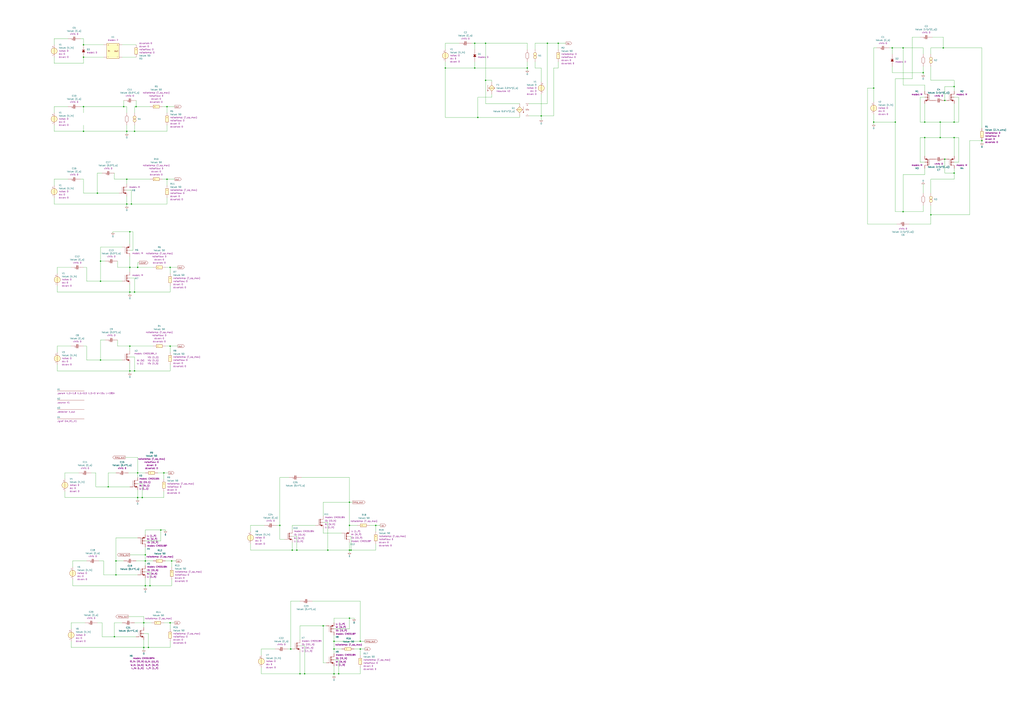
<source format=kicad_sch>
(kicad_sch (version 20250114) (generator "eeschema") (generator_version "9.0")
  (paper "A1")
  (junction (at 229.87 431.8))
  (junction (at 287.02 412.75))
  (junction (at 104.14 107.95))
  (junction (at 783.59 142.24))
  (junction (at 240.03 452.12))
  (junction (at 80.01 158.75))
  (junction (at 140.97 461.01))
  (junction (at 783.59 113.03))
  (junction (at 764.54 176.53))
  (junction (at 82.55 295.91))
  (junction (at 287.02 452.12))
  (junction (at 269.24 452.12))
  (junction (at 95.25 461.01))
  (junction (at 732.79 39.37))
  (junction (at 287.02 508))
  (junction (at 93.98 523.24))
  (junction (at 274.32 533.4))
  (junction (at 295.91 527.05))
  (junction (at 758.19 59.69))
  (junction (at 106.68 190.5))
  (junction (at 250.19 553.72))
  (junction (at 68.58 36.83))
  (junction (at 95.25 472.44))
  (junction (at 246.38 553.72))
  (junction (at 433.07 55.88))
  (junction (at 139.7 284.48))
  (junction (at 68.58 46.99))
  (junction (at 389.89 35.56))
  (junction (at 68.58 107.95))
  (junction (at 398.78 66.04))
  (junction (at 458.47 35.56))
  (junction (at 104.14 167.64))
  (junction (at 392.43 96.52))
  (junction (at 741.68 39.37))
  (junction (at 134.62 388.62))
  (junction (at 68.58 87.63))
  (junction (at 106.68 240.03))
  (junction (at 88.9 400.05))
  (junction (at 106.68 284.48))
  (junction (at 772.16 113.03))
  (junction (at 783.59 100.33))
  (junction (at 101.6 87.63))
  (junction (at 717.55 72.39))
  (junction (at 118.11 511.81))
  (junction (at 111.76 87.63))
  (junction (at 106.68 219.71))
  (junction (at 759.46 113.03))
  (junction (at 741.68 173.99))
  (junction (at 118.11 532.13))
  (junction (at 113.03 388.62))
  (junction (at 82.55 214.63))
  (junction (at 287.02 431.8))
  (junction (at 274.32 527.05))
  (junction (at 735.33 100.33))
  (junction (at 295.91 533.4))
  (junction (at 365.76 55.88))
  (junction (at 132.08 435.61))
  (junction (at 444.5 95.25))
  (junction (at 308.61 431.8))
  (junction (at 278.13 553.72))
  (junction (at 274.32 553.72))
  (junction (at 137.16 147.32))
  (junction (at 139.7 219.71))
  (junction (at 119.38 461.01))
  (junction (at 119.38 481.33))
  (junction (at 783.59 71.12))
  (junction (at 806.45 115.57))
  (junction (at 389.89 55.88))
  (junction (at 110.49 240.03))
  (junction (at 772.16 100.33))
  (junction (at 104.14 147.32))
  (junction (at 717.55 100.33))
  (junction (at 449.58 35.56))
  (junction (at 288.29 452.12))
  (junction (at 110.49 107.95))
  (junction (at 775.97 82.55))
  (junction (at 243.84 452.12))
  (junction (at 265.43 514.35))
  (junction (at 398.78 35.56))
  (junction (at 238.76 533.4))
  (junction (at 106.68 304.8))
  (junction (at 139.7 511.81))
  (junction (at 110.49 304.8))
  (junction (at 774.7 39.37))
  (junction (at 113.03 408.94))
  (junction (at 107.95 167.64))
  (junction (at 116.84 408.94))
  (junction (at 123.19 481.33))
  (junction (at 113.03 219.71))
  (junction (at 775.97 130.81))
  (junction (at 119.38 455.93))
  (junction (at 121.92 532.13))
  (junction (at 137.16 87.63))
  (junction (at 82.55 231.14))
  (junction (at 759.46 100.33))
  (wire (pts (xy 764.54 168.91) (xy 764.54 176.53)))
  (wire (pts (xy 109.22 205.74) (xy 109.22 190.5)))
  (wire (pts (xy 139.7 219.71) (xy 146.05 219.71)))
  (wire (pts (xy 288.29 440.69) (xy 288.29 452.12)))
  (wire (pts (xy 775.97 82.55) (xy 777.24 82.55)))
  (wire (pts (xy 458.47 35.56) (xy 458.47 40.64)))
  (wire (pts (xy 68.58 102.87) (xy 68.58 107.95)))
  (wire (pts (xy 119.38 469.9) (xy 123.19 469.9)))
  (wire (pts (xy 58.42 532.13) (xy 118.11 532.13)))
  (wire (pts (xy 403.86 66.04) (xy 403.86 67.31)))
  (wire (pts (xy 93.98 523.24) (xy 111.76 523.24)))
  (wire (pts (xy 113.03 219.71) (xy 125.73 219.71)))
  (wire (pts (xy 365.76 50.8) (xy 365.76 55.88)))
  (wire (pts (xy 398.78 66.04) (xy 398.78 35.56)))
  (wire (pts (xy 44.45 31.75) (xy 55.88 31.75)))
  (wire (pts (xy 398.78 66.04) (xy 398.78 85.09)))
  (wire (pts (xy 106.68 298.45) (xy 106.68 304.8)))
  (wire (pts (xy 119.38 435.61) (xy 119.38 439.42)))
  (wire (pts (xy 118.11 511.81) (xy 124.46 511.81)))
  (wire (pts (xy 110.49 293.37) (xy 110.49 304.8)))
  (wire (pts (xy 287.02 452.12) (xy 287.02 454.66)))
  (wire (pts (xy 106.68 240.03) (xy 106.68 242.57)))
  (wire (pts (xy 205.74 436.88) (xy 205.74 431.8)))
  (wire (pts (xy 717.55 100.33) (xy 717.55 102.87)))
  (wire (pts (xy 95.25 472.44) (xy 85.09 472.44)))
  (wire (pts (xy 82.55 203.2) (xy 82.55 214.63)))
  (wire (pts (xy 68.58 87.63) (xy 68.58 92.71)))
  (wire (pts (xy 46.99 224.79) (xy 46.99 219.71)))
  (wire (pts (xy 139.7 511.81) (xy 143.51 511.81)))
  (wire (pts (xy 265.43 424.18) (xy 265.43 412.75)))
  (wire (pts (xy 398.78 35.56) (xy 433.07 35.56)))
  (wire (pts (xy 444.5 95.25) (xy 444.5 99.06)))
  (wire (pts (xy 295.91 533.4) (xy 299.72 533.4)))
  (wire (pts (xy 46.99 304.8) (xy 106.68 304.8)))
  (wire (pts (xy 123.19 469.9) (xy 123.19 481.33)))
  (wire (pts (xy 110.49 240.03) (xy 139.7 240.03)))
  (wire (pts (xy 96.52 219.71) (xy 106.68 219.71)))
  (wire (pts (xy 265.43 438.15) (xy 280.67 438.15)))
  (wire (pts (xy 783.59 142.24) (xy 783.59 138.43)))
  (wire (pts (xy 389.89 35.56) (xy 398.78 35.56)))
  (wire (pts (xy 274.32 527.05) (xy 274.32 533.4)))
  (wire (pts (xy 774.7 30.48) (xy 774.7 39.37)))
  (wire (pts (xy 365.76 96.52) (xy 365.76 55.88)))
  (wire (pts (xy 783.59 128.27) (xy 783.59 113.03)))
  (wire (pts (xy 439.42 35.56) (xy 439.42 40.64)))
  (wire (pts (xy 106.68 455.93) (xy 119.38 455.93)))
  (wire (pts (xy 365.76 35.56) (xy 377.19 35.56)))
  (wire (pts (xy 134.62 388.62) (xy 138.43 388.62)))
  (wire (pts (xy 59.69 476.25) (xy 59.69 481.33)))
  (wire (pts (xy 83.82 511.81) (xy 80.01 511.81)))
  (wire (pts (xy 53.34 408.94) (xy 113.03 408.94)))
  (wire (pts (xy 741.68 173.99) (xy 758.19 173.99)))
  (wire (pts (xy 121.92 520.7) (xy 121.92 532.13)))
  (wire (pts (xy 44.45 92.71) (xy 44.45 87.63)))
  (wire (pts (xy 783.59 147.32) (xy 783.59 142.24)))
  (wire (pts (xy 764.54 39.37) (xy 764.54 44.45)))
  (wire (pts (xy 732.79 59.69) (xy 758.19 59.69)))
  (wire (pts (xy 111.76 87.63) (xy 123.19 87.63)))
  (wire (pts (xy 104.14 161.29) (xy 104.14 167.64)))
  (wire (pts (xy 295.91 548.64) (xy 295.91 553.72)))
  (wire (pts (xy 95.25 441.96) (xy 95.25 461.01)))
  (wire (pts (xy 458.47 35.56) (xy 464.82 35.56)))
  (wire (pts (xy 764.54 176.53) (xy 796.29 176.53)))
  (wire (pts (xy 787.4 133.35) (xy 787.4 113.03)))
  (wire (pts (xy 741.68 39.37) (xy 758.19 39.37)))
  (wire (pts (xy 93.98 511.81) (xy 100.33 511.81)))
  (wire (pts (xy 449.58 35.56) (xy 458.47 35.56)))
  (wire (pts (xy 68.58 107.95) (xy 104.14 107.95)))
  (wire (pts (xy 46.99 289.56) (xy 46.99 284.48)))
  (wire (pts (xy 139.7 304.8) (xy 139.7 299.72)))
  (wire (pts (xy 102.87 375.92) (xy 113.03 375.92)))
  (wire (pts (xy 106.68 205.74) (xy 109.22 205.74)))
  (wire (pts (xy 246.38 514.35) (xy 265.43 514.35)))
  (wire (pts (xy 137.16 87.63) (xy 137.16 92.71)))
  (wire (pts (xy 274.32 542.29) (xy 278.13 542.29)))
  (wire (pts (xy 96.52 214.63) (xy 96.52 219.71)))
  (wire (pts (xy 110.49 87.63) (xy 110.49 92.71)))
  (wire (pts (xy 137.16 167.64) (xy 137.16 162.56)))
  (wire (pts (xy 139.7 527.05) (xy 139.7 532.13)))
  (wire (pts (xy 113.03 388.62) (xy 113.03 392.43)))
  (wire (pts (xy 133.35 147.32) (xy 137.16 147.32)))
  (wire (pts (xy 214.63 538.48) (xy 214.63 533.4)))
  (wire (pts (xy 449.58 35.56) (xy 449.58 85.09)))
  (wire (pts (xy 287.02 440.69) (xy 288.29 440.69)))
  (wire (pts (xy 106.68 233.68) (xy 106.68 240.03)))
  (wire (pts (xy 240.03 445.77) (xy 240.03 452.12)))
  (wire (pts (xy 214.63 553.72) (xy 246.38 553.72)))
  (wire (pts (xy 806.45 39.37) (xy 806.45 105.41)))
  (wire (pts (xy 46.99 284.48) (xy 58.42 284.48)))
  (wire (pts (xy 118.11 525.78) (xy 118.11 532.13)))
  (wire (pts (xy 775.97 130.81) (xy 777.24 130.81)))
  (wire (pts (xy 205.74 452.12) (xy 240.03 452.12)))
  (wire (pts (xy 269.24 429.26) (xy 269.24 452.12)))
  (wire (pts (xy 106.68 293.37) (xy 110.49 293.37)))
  (wire (pts (xy 104.14 102.87) (xy 104.14 107.95)))
  (wire (pts (xy 110.49 107.95) (xy 137.16 107.95)))
  (wire (pts (xy 246.38 525.78) (xy 246.38 514.35)))
  (wire (pts (xy 287.02 508) (xy 290.83 508)))
  (wire (pts (xy 106.68 210.82) (xy 106.68 219.71)))
  (wire (pts (xy 113.03 441.96) (xy 95.25 441.96)))
  (wire (pts (xy 787.4 113.03) (xy 783.59 113.03)))
  (wire (pts (xy 88.9 400.05) (xy 78.74 400.05)))
  (wire (pts (xy 712.47 184.15) (xy 712.47 72.39)))
  (wire (pts (xy 119.38 449.58) (xy 119.38 455.93)))
  (wire (pts (xy 764.54 66.04) (xy 783.59 66.04)))
  (wire (pts (xy 758.19 59.69) (xy 758.19 62.23)))
  (wire (pts (xy 82.55 279.4) (xy 82.55 295.91)))
  (wire (pts (xy 106.68 304.8) (xy 106.68 307.34)))
  (wire (pts (xy 426.72 95.25) (xy 426.72 96.52)))
  (wire (pts (xy 44.45 162.56) (xy 44.45 167.64)))
  (wire (pts (xy 80.01 158.75) (xy 97.79 158.75)))
  (wire (pts (xy 398.78 66.04) (xy 403.86 66.04)))
  (wire (pts (xy 433.07 50.8) (xy 433.07 55.88)))
  (wire (pts (xy 287.02 431.8) (xy 287.02 435.61)))
  (wire (pts (xy 240.03 440.69) (xy 243.84 440.69)))
  (wire (pts (xy 106.68 200.66) (xy 106.68 190.5)))
  (wire (pts (xy 308.61 447.04) (xy 308.61 452.12)))
  (wire (pts (xy 783.59 80.01) (xy 787.4 80.01)))
  (wire (pts (xy 82.55 214.63) (xy 86.36 214.63)))
  (wire (pts (xy 755.65 113.03) (xy 759.46 113.03)))
  (wire (pts (xy 772.16 100.33) (xy 759.46 100.33)))
  (wire (pts (xy 137.16 147.32) (xy 143.51 147.32)))
  (wire (pts (xy 454.66 55.88) (xy 458.47 55.88)))
  (wire (pts (xy 787.4 80.01) (xy 787.4 100.33)))
  (wire (pts (xy 106.68 219.71) (xy 113.03 219.71)))
  (wire (pts (xy 238.76 533.4) (xy 236.22 533.4)))
  (wire (pts (xy 458.47 55.88) (xy 458.47 50.8)))
  (wire (pts (xy 71.12 284.48) (xy 71.12 295.91)))
  (wire (pts (xy 758.19 54.61) (xy 758.19 59.69)))
  (wire (pts (xy 44.45 107.95) (xy 68.58 107.95)))
  (wire (pts (xy 796.29 115.57) (xy 806.45 115.57)))
  (wire (pts (xy 46.99 219.71) (xy 58.42 219.71)))
  (wire (pts (xy 113.03 408.94) (xy 116.84 408.94)))
  (wire (pts (xy 783.59 100.33) (xy 772.16 100.33)))
  (wire (pts (xy 444.5 55.88) (xy 444.5 67.31)))
  (wire (pts (xy 85.09 461.01) (xy 85.09 472.44)))
  (wire (pts (xy 758.19 168.91) (xy 758.19 173.99)))
  (wire (pts (xy 290.83 509.27) (xy 290.83 508)))
  (wire (pts (xy 433.07 40.64) (xy 433.07 35.56)))
  (wire (pts (xy 365.76 96.52) (xy 392.43 96.52)))
  (wire (pts (xy 113.03 408.94) (xy 113.03 411.48)))
  (wire (pts (xy 119.38 481.33) (xy 119.38 483.87)))
  (wire (pts (xy 134.62 403.86) (xy 134.62 408.94)))
  (wire (pts (xy 139.7 511.81) (xy 139.7 516.89)))
  (wire (pts (xy 85.09 36.83) (xy 68.58 36.83)))
  (wire (pts (xy 755.65 100.33) (xy 759.46 100.33)))
  (wire (pts (xy 116.84 397.51) (xy 116.84 408.94)))
  (wire (pts (xy 238.76 494.03) (xy 246.38 494.03)))
  (wire (pts (xy 303.53 431.8) (xy 308.61 431.8)))
  (wire (pts (xy 119.38 455.93) (xy 119.38 461.01)))
  (wire (pts (xy 764.54 147.32) (xy 783.59 147.32)))
  (wire (pts (xy 434.34 95.25) (xy 444.5 95.25)))
  (wire (pts (xy 806.45 39.37) (xy 774.7 39.37)))
  (wire (pts (xy 100.33 36.83) (xy 111.76 36.83)))
  (wire (pts (xy 104.14 167.64) (xy 107.95 167.64)))
  (wire (pts (xy 274.32 521.97) (xy 274.32 527.05)))
  (wire (pts (xy 746.76 184.15) (xy 764.54 184.15)))
  (wire (pts (xy 106.68 240.03) (xy 110.49 240.03)))
  (wire (pts (xy 44.45 87.63) (xy 55.88 87.63)))
  (wire (pts (xy 755.65 133.35) (xy 755.65 113.03)))
  (wire (pts (xy 783.59 71.12) (xy 775.97 71.12)))
  (wire (pts (xy 250.19 553.72) (xy 274.32 553.72)))
  (wire (pts (xy 269.24 452.12) (xy 287.02 452.12)))
  (wire (pts (xy 44.45 102.87) (xy 44.45 107.95)))
  (wire (pts (xy 434.34 85.09) (xy 449.58 85.09)))
  (wire (pts (xy 717.55 93.98) (xy 717.55 100.33)))
  (wire (pts (xy 104.14 147.32) (xy 104.14 151.13)))
  (wire (pts (xy 113.03 388.62) (xy 119.38 388.62)))
  (wire (pts (xy 101.6 87.63) (xy 104.14 87.63)))
  (wire (pts (xy 44.45 147.32) (xy 55.88 147.32)))
  (wire (pts (xy 287.02 445.77) (xy 287.02 452.12)))
  (wire (pts (xy 732.79 39.37) (xy 730.25 39.37)))
  (wire (pts (xy 68.58 31.75) (xy 66.04 31.75)))
  (wire (pts (xy 214.63 548.64) (xy 214.63 553.72)))
  (wire (pts (xy 93.98 523.24) (xy 83.82 523.24)))
  (wire (pts (xy 119.38 444.5) (xy 132.08 444.5)))
  (wire (pts (xy 274.32 547.37) (xy 274.32 553.72)))
  (wire (pts (xy 444.5 95.25) (xy 454.66 95.25)))
  (wire (pts (xy 267.97 514.35) (xy 265.43 514.35)))
  (wire (pts (xy 735.33 100.33) (xy 735.33 173.99)))
  (wire (pts (xy 68.58 147.32) (xy 66.04 147.32)))
  (wire (pts (xy 104.14 107.95) (xy 104.14 110.49)))
  (wire (pts (xy 256.54 494.03) (xy 295.91 494.03)))
  (wire (pts (xy 712.47 184.15) (xy 736.6 184.15)))
  (wire (pts (xy 59.69 461.01) (xy 71.12 461.01)))
  (wire (pts (xy 119.38 461.01) (xy 119.38 464.82)))
  (wire (pts (xy 783.59 85.09) (xy 783.59 100.33)))
  (wire (pts (xy 295.91 494.03) (xy 295.91 527.05)))
  (wire (pts (xy 764.54 158.75) (xy 764.54 147.32)))
  (wire (pts (xy 365.76 55.88) (xy 389.89 55.88)))
  (wire (pts (xy 135.89 219.71) (xy 139.7 219.71)))
  (wire (pts (xy 240.03 431.8) (xy 259.08 431.8)))
  (wire (pts (xy 123.19 481.33) (xy 140.97 481.33)))
  (wire (pts (xy 308.61 431.8) (xy 308.61 436.88)))
  (wire (pts (xy 109.22 190.5) (xy 106.68 190.5)))
  (wire (pts (xy 287.02 508) (xy 274.32 508)))
  (wire (pts (xy 205.74 447.04) (xy 205.74 452.12)))
  (wire (pts (xy 783.59 142.24) (xy 775.97 142.24)))
  (wire (pts (xy 113.03 388.62) (xy 113.03 375.92)))
  (wire (pts (xy 132.08 435.61) (xy 119.38 435.61)))
  (wire (pts (xy 133.35 87.63) (xy 137.16 87.63)))
  (wire (pts (xy 290.83 533.4) (xy 295.91 533.4)))
  (wire (pts (xy 119.38 474.98) (xy 119.38 481.33)))
  (wire (pts (xy 247.65 392.43) (xy 287.02 392.43)))
  (wire (pts (xy 116.84 408.94) (xy 134.62 408.94)))
  (wire (pts (xy 759.46 80.01) (xy 755.65 80.01)))
  (wire (pts (xy 783.59 133.35) (xy 787.4 133.35)))
  (wire (pts (xy 139.7 219.71) (xy 139.7 224.79)))
  (wire (pts (xy 110.49 304.8) (xy 139.7 304.8)))
  (wire (pts (xy 68.58 87.63) (xy 66.04 87.63)))
  (wire (pts (xy 759.46 143.51) (xy 759.46 138.43)))
  (wire (pts (xy 100.33 203.2) (xy 82.55 203.2)))
  (wire (pts (xy 265.43 544.83) (xy 267.97 544.83)))
  (wire (pts (xy 240.03 431.8) (xy 240.03 435.61)))
  (wire (pts (xy 80.01 142.24) (xy 83.82 142.24)))
  (wire (pts (xy 229.87 431.8) (xy 227.33 431.8)))
  (wire (pts (xy 265.43 412.75) (xy 287.02 412.75)))
  (wire (pts (xy 106.68 284.48) (xy 106.68 288.29)))
  (wire (pts (xy 78.74 388.62) (xy 78.74 400.05)))
  (wire (pts (xy 772.16 113.03) (xy 759.46 113.03)))
  (wire (pts (xy 105.41 388.62) (xy 113.03 388.62)))
  (wire (pts (xy 398.78 85.09) (xy 426.72 85.09)))
  (wire (pts (xy 243.84 440.69) (xy 243.84 452.12)))
  (wire (pts (xy 139.7 284.48) (xy 139.7 289.56)))
  (wire (pts (xy 755.65 80.01) (xy 755.65 100.33)))
  (wire (pts (xy 93.98 142.24) (xy 93.98 147.32)))
  (wire (pts (xy 274.32 533.4) (xy 274.32 537.21)))
  (wire (pts (xy 229.87 431.8) (xy 229.87 392.43)))
  (wire (pts (xy 265.43 438.15) (xy 265.43 434.34)))
  (wire (pts (xy 772.16 100.33) (xy 772.16 113.03)))
  (wire (pts (xy 110.49 511.81) (xy 118.11 511.81)))
  (wire (pts (xy 764.54 39.37) (xy 774.7 39.37)))
  (wire (pts (xy 764.54 54.61) (xy 764.54 66.04)))
  (wire (pts (xy 712.47 72.39) (xy 717.55 72.39)))
  (wire (pts (xy 104.14 107.95) (xy 110.49 107.95)))
  (wire (pts (xy 365.76 40.64) (xy 365.76 35.56)))
  (wire (pts (xy 439.42 50.8) (xy 439.42 55.88)))
  (wire (pts (xy 119.38 461.01) (xy 125.73 461.01)))
  (wire (pts (xy 132.08 435.61) (xy 135.89 435.61)))
  (wire (pts (xy 113.03 397.51) (xy 116.84 397.51)))
  (wire (pts (xy 392.43 80.01) (xy 392.43 96.52)))
  (wire (pts (xy 764.54 176.53) (xy 764.54 184.15)))
  (wire (pts (xy 95.25 472.44) (xy 113.03 472.44)))
  (wire (pts (xy 287.02 516.89) (xy 287.02 508)))
  (wire (pts (xy 104.14 147.32) (xy 123.19 147.32)))
  (wire (pts (xy 278.13 553.72) (xy 295.91 553.72)))
  (wire (pts (xy 717.55 39.37) (xy 720.09 39.37)))
  (wire (pts (xy 214.63 533.4) (xy 226.06 533.4)))
  (wire (pts (xy 287.02 392.43) (xy 287.02 412.75)))
  (wire (pts (xy 95.25 461.01) (xy 101.6 461.01)))
  (wire (pts (xy 85.09 461.01) (xy 81.28 461.01)))
  (wire (pts (xy 118.11 532.13) (xy 121.92 532.13)))
  (wire (pts (xy 295.91 533.4) (xy 295.91 538.48)))
  (wire (pts (xy 139.7 240.03) (xy 139.7 234.95)))
  (wire (pts (xy 741.68 69.85) (xy 759.46 69.85)))
  (wire (pts (xy 759.46 133.35) (xy 755.65 133.35)))
  (wire (pts (xy 58.42 516.89) (xy 58.42 511.81)))
  (wire (pts (xy 68.58 46.99) (xy 68.58 52.07)))
  (wire (pts (xy 274.32 533.4) (xy 280.67 533.4)))
  (wire (pts (xy 71.12 219.71) (xy 68.58 219.71)))
  (wire (pts (xy 765.81 30.48) (xy 774.7 30.48)))
  (wire (pts (xy 287.02 431.8) (xy 293.37 431.8)))
  (wire (pts (xy 46.99 234.95) (xy 46.99 240.03)))
  (wire (pts (xy 82.55 279.4) (xy 86.36 279.4)))
  (wire (pts (xy 250.19 530.86) (xy 250.19 553.72)))
  (wire (pts (xy 58.42 511.81) (xy 69.85 511.81)))
  (wire (pts (xy 71.12 219.71) (xy 71.12 231.14)))
  (wire (pts (xy 129.54 388.62) (xy 134.62 388.62)))
  (wire (pts (xy 58.42 527.05) (xy 58.42 532.13)))
  (wire (pts (xy 758.19 44.45) (xy 758.19 39.37)))
  (wire (pts (xy 95.25 461.01) (xy 95.25 472.44)))
  (wire (pts (xy 243.84 452.12) (xy 269.24 452.12)))
  (wire (pts (xy 439.42 35.56) (xy 449.58 35.56)))
  (wire (pts (xy 308.61 431.8) (xy 312.42 431.8)))
  (wire (pts (xy 82.55 214.63) (xy 82.55 231.14)))
  (wire (pts (xy 403.86 77.47) (xy 403.86 80.01)))
  (wire (pts (xy 107.95 167.64) (xy 137.16 167.64)))
  (wire (pts (xy 110.49 87.63) (xy 111.76 87.63)))
  (wire (pts (xy 741.68 143.51) (xy 741.68 173.99)))
  (wire (pts (xy 113.03 402.59) (xy 113.03 408.94)))
  (wire (pts (xy 93.98 147.32) (xy 104.14 147.32)))
  (wire (pts (xy 135.89 284.48) (xy 139.7 284.48)))
  (wire (pts (xy 274.32 516.89) (xy 287.02 516.89)))
  (wire (pts (xy 68.58 147.32) (xy 68.58 158.75)))
  (wire (pts (xy 114.3 215.9) (xy 113.03 215.9)))
  (wire (pts (xy 119.38 481.33) (xy 123.19 481.33)))
  (wire (pts (xy 783.59 71.12) (xy 783.59 74.93)))
  (wire (pts (xy 732.79 39.37) (xy 732.79 44.45)))
  (wire (pts (xy 80.01 142.24) (xy 80.01 158.75)))
  (wire (pts (xy 106.68 219.71) (xy 106.68 223.52)))
  (wire (pts (xy 741.68 69.85) (xy 741.68 39.37)))
  (wire (pts (xy 205.74 431.8) (xy 217.17 431.8)))
  (wire (pts (xy 44.45 36.83) (xy 44.45 31.75)))
  (wire (pts (xy 113.03 215.9) (xy 113.03 219.71)))
  (wire (pts (xy 392.43 96.52) (xy 426.72 96.52)))
  (wire (pts (xy 111.76 461.01) (xy 119.38 461.01)))
  (wire (pts (xy 118.11 506.73) (xy 118.11 511.81)))
  (wire (pts (xy 403.86 80.01) (xy 392.43 80.01)))
  (wire (pts (xy 735.33 173.99) (xy 741.68 173.99)))
  (wire (pts (xy 287.02 452.12) (xy 288.29 452.12)))
  (wire (pts (xy 288.29 452.12) (xy 308.61 452.12)))
  (wire (pts (xy 758.19 151.13) (xy 758.19 158.75)))
  (wire (pts (xy 88.9 388.62) (xy 88.9 400.05)))
  (wire (pts (xy 439.42 55.88) (xy 444.5 55.88)))
  (wire (pts (xy 92.71 190.5) (xy 92.71 191.77)))
  (wire (pts (xy 107.95 156.21) (xy 107.95 167.64)))
  (wire (pts (xy 287.02 412.75) (xy 287.02 431.8)))
  (wire (pts (xy 444.5 77.47) (xy 444.5 95.25)))
  (wire (pts (xy 135.89 461.01) (xy 140.97 461.01)))
  (wire (pts (xy 104.14 156.21) (xy 107.95 156.21)))
  (wire (pts (xy 101.6 82.55) (xy 101.6 87.63)))
  (wire (pts (xy 111.76 82.55) (xy 111.76 87.63)))
  (wire (pts (xy 135.89 436.88) (xy 135.89 435.61)))
  (wire (pts (xy 140.97 461.01) (xy 144.78 461.01)))
  (wire (pts (xy 433.07 55.88) (xy 433.07 58.42)))
  (wire (pts (xy 246.38 535.94) (xy 246.38 553.72)))
  (wire (pts (xy 139.7 284.48) (xy 146.05 284.48)))
  (wire (pts (xy 59.69 466.09) (xy 59.69 461.01)))
  (wire (pts (xy 88.9 388.62) (xy 95.25 388.62)))
  (wire (pts (xy 265.43 429.26) (xy 269.24 429.26)))
  (wire (pts (xy 140.97 461.01) (xy 140.97 466.09)))
  (wire (pts (xy 759.46 69.85) (xy 759.46 74.93)))
  (wire (pts (xy 755.65 30.48) (xy 749.3 30.48)))
  (wire (pts (xy 134.62 388.62) (xy 134.62 393.7)))
  (wire (pts (xy 389.89 55.88) (xy 433.07 55.88)))
  (wire (pts (xy 749.3 64.77) (xy 735.33 64.77)))
  (wire (pts (xy 240.03 533.4) (xy 238.76 533.4)))
  (wire (pts (xy 783.59 113.03) (xy 772.16 113.03)))
  (wire (pts (xy 289.56 412.75) (xy 287.02 412.75)))
  (wire (pts (xy 105.41 506.73) (xy 118.11 506.73)))
  (wire (pts (xy 717.55 72.39) (xy 717.55 83.82)))
  (wire (pts (xy 240.03 452.12) (xy 243.84 452.12)))
  (wire (pts (xy 389.89 50.8) (xy 389.89 55.88)))
  (wire (pts (xy 806.45 115.57) (xy 806.45 118.11)))
  (wire (pts (xy 118.11 511.81) (xy 118.11 515.62)))
  (wire (pts (xy 274.32 553.72) (xy 278.13 553.72)))
  (wire (pts (xy 389.89 35.56) (xy 387.35 35.56)))
  (wire (pts (xy 137.16 87.63) (xy 143.51 87.63)))
  (wire (pts (xy 44.45 46.99) (xy 44.45 52.07)))
  (wire (pts (xy 246.38 553.72) (xy 250.19 553.72)))
  (wire (pts (xy 775.97 71.12) (xy 775.97 82.55)))
  (wire (pts (xy 741.68 143.51) (xy 759.46 143.51)))
  (wire (pts (xy 389.89 35.56) (xy 389.89 40.64)))
  (wire (pts (xy 71.12 284.48) (xy 68.58 284.48)))
  (wire (pts (xy 110.49 228.6) (xy 110.49 240.03)))
  (wire (pts (xy 53.34 393.7) (xy 53.34 388.62)))
  (wire (pts (xy 775.97 142.24) (xy 775.97 130.81)))
  (wire (pts (xy 717.55 39.37) (xy 717.55 72.39)))
  (wire (pts (xy 137.16 107.95) (xy 137.16 102.87)))
  (wire (pts (xy 68.58 31.75) (xy 68.58 36.83)))
  (wire (pts (xy 796.29 176.53) (xy 796.29 115.57)))
  (wire (pts (xy 53.34 403.86) (xy 53.34 408.94)))
  (wire (pts (xy 53.34 388.62) (xy 64.77 388.62)))
  (wire (pts (xy 59.69 481.33) (xy 119.38 481.33)))
  (wire (pts (xy 100.33 46.99) (xy 111.76 46.99)))
  (wire (pts (xy 68.58 46.99) (xy 85.09 46.99)))
  (wire (pts (xy 732.79 39.37) (xy 741.68 39.37)))
  (wire (pts (xy 759.46 85.09) (xy 759.46 100.33)))
  (wire (pts (xy 278.13 542.29) (xy 278.13 553.72)))
  (wire (pts (xy 295.91 527.05) (xy 274.32 527.05)))
  (wire (pts (xy 454.66 95.25) (xy 454.66 55.88)))
  (wire (pts (xy 104.14 167.64) (xy 104.14 170.18)))
  (wire (pts (xy 46.99 299.72) (xy 46.99 304.8)))
  (wire (pts (xy 80.01 158.75) (xy 68.58 158.75)))
  (wire (pts (xy 82.55 231.14) (xy 100.33 231.14)))
  (wire (pts (xy 140.97 476.25) (xy 140.97 481.33)))
  (wire (pts (xy 783.59 66.04) (xy 783.59 71.12)))
  (wire (pts (xy 759.46 128.27) (xy 759.46 113.03)))
  (wire (pts (xy 93.98 511.81) (xy 93.98 523.24)))
  (wire (pts (xy 749.3 30.48) (xy 749.3 64.77)))
  (wire (pts (xy 265.43 514.35) (xy 265.43 544.83)))
  (wire (pts (xy 274.32 553.72) (xy 274.32 556.26)))
  (wire (pts (xy 134.62 511.81) (xy 139.7 511.81)))
  (wire (pts (xy 274.32 508) (xy 274.32 511.81)))
  (wire (pts (xy 238.76 533.4) (xy 238.76 494.03)))
  (wire (pts (xy 106.68 284.48) (xy 125.73 284.48)))
  (wire (pts (xy 44.45 52.07) (xy 68.58 52.07)))
  (wire (pts (xy 82.55 295.91) (xy 71.12 295.91)))
  (wire (pts (xy 68.58 87.63) (xy 101.6 87.63)))
  (wire (pts (xy 44.45 152.4) (xy 44.45 147.32)))
  (wire (pts (xy 106.68 304.8) (xy 110.49 304.8)))
  (wire (pts (xy 82.55 231.14) (xy 71.12 231.14)))
  (wire (pts (xy 46.99 240.03) (xy 106.68 240.03)))
  (wire (pts (xy 787.4 100.33) (xy 783.59 100.33)))
  (wire (pts (xy 118.11 520.7) (xy 121.92 520.7)))
  (wire (pts (xy 106.68 190.5) (xy 92.71 190.5)))
  (wire (pts (xy 110.49 102.87) (xy 110.49 107.95)))
  (wire (pts (xy 82.55 295.91) (xy 100.33 295.91)))
  (wire (pts (xy 229.87 392.43) (xy 237.49 392.43)))
  (wire (pts (xy 118.11 532.13) (xy 118.11 534.67)))
  (wire (pts (xy 132.08 444.5) (xy 132.08 435.61)))
  (wire (pts (xy 44.45 167.64) (xy 104.14 167.64)))
  (wire (pts (xy 233.68 443.23) (xy 229.87 443.23)))
  (wire (pts (xy 229.87 443.23) (xy 229.87 431.8)))
  (wire (pts (xy 78.74 388.62) (xy 74.93 388.62)))
  (wire (pts (xy 96.52 279.4) (xy 96.52 284.48)))
  (wire (pts (xy 88.9 400.05) (xy 106.68 400.05)))
  (wire (pts (xy 732.79 54.61) (xy 732.79 59.69)))
  (wire (pts (xy 106.68 228.6) (xy 110.49 228.6)))
  (wire (pts (xy 246.38 530.86) (xy 250.19 530.86)))
  (wire (pts (xy 104.14 92.71) (xy 104.14 87.63)))
  (wire (pts (xy 121.92 532.13) (xy 139.7 532.13)))
  (wire (pts (xy 735.33 64.77) (xy 735.33 100.33)))
  (wire (pts (xy 717.55 100.33) (xy 735.33 100.33)))
  (wire (pts (xy 96.52 284.48) (xy 106.68 284.48)))
  (wire (pts (xy 83.82 511.81) (xy 83.82 523.24)))
  (wire (pts (xy 137.16 147.32) (xy 137.16 152.4)))
  (wire (pts (xy 299.72 527.05) (xy 295.91 527.05)))
  (global_label "vo" (shape output) (at 143.51 511.81 0) (property "Intersheetrefs" "${INTERSHEET_REFS}" (effects (hide yes))))
  (global_label "Vo" (shape output) (at 464.82 35.56 0) (property "Intersheetrefs" "${INTERSHEET_REFS}" (effects (hide yes))))
  (global_label "out" (shape output) (at 146.05 219.71 0) (property "Intersheetrefs" "${INTERSHEET_REFS}" (effects (hide yes))))
  (global_label "Amp_out" (shape output) (at 106.68 455.93 180) (property "Intersheetrefs" "${INTERSHEET_REFS}" (effects (hide yes))))
  (global_label "out" (shape output) (at 146.05 284.48 0) (property "Intersheetrefs" "${INTERSHEET_REFS}" (effects (hide yes))))
  (global_label "Amp_out" (shape output) (at 102.87 375.92 180) (property "Intersheetrefs" "${INTERSHEET_REFS}" (effects (hide yes))))
  (global_label "Amp_out" (shape output) (at 289.56 412.75 0) (property "Intersheetrefs" "${INTERSHEET_REFS}" (effects (hide yes))))
  (global_label "out" (shape output) (at 143.51 87.63 0) (property "Intersheetrefs" "${INTERSHEET_REFS}" (effects (hide yes))))
  (global_label "Amp_out" (shape output) (at 105.41 506.73 180) (property "Intersheetrefs" "${INTERSHEET_REFS}" (effects (hide yes))))
  (global_label "vo" (shape output) (at 299.72 533.4 0) (property "Intersheetrefs" "${INTERSHEET_REFS}" (effects (hide yes))))
  (global_label "LGref" (shape output) (at 114.3 215.9 0) (property "Intersheetrefs" "${INTERSHEET_REFS}" (effects (hide yes))))
  (global_label "Amp_out" (shape output) (at 299.72 527.05 0) (property "Intersheetrefs" "${INTERSHEET_REFS}" (effects (hide yes))))
  (global_label "vo" (shape output) (at 312.42 431.8 0) (property "Intersheetrefs" "${INTERSHEET_REFS}" (effects (hide yes))))
  (global_label "vo" (shape output) (at 144.78 461.01 0) (property "Intersheetrefs" "${INTERSHEET_REFS}" (effects (hide yes))))
  (global_label "vo" (shape output) (at 138.43 388.62 0) (property "Intersheetrefs" "${INTERSHEET_REFS}" (effects (hide yes))))
  (global_label "out" (shape output) (at 143.51 147.32 0) (property "Intersheetrefs" "${INTERSHEET_REFS}" (effects (hide yes))))
  (symbol (lib_id "SLiCAP:C") (at 251.46 494.03 90) (unit 1)
    (property "Reference" "C23" (at 251.46 498.094 90))
    (property "Value" "{0.4*C_s}" (at 251.46 500.634 90) (show_name yes))
    (property "Description" "Capacitor" (effects (hide yes)))
    (property "model" "C" (effects (hide yes)))
    (property "vinit" "0" (effects (hide yes)))
  )
  (symbol (lib_id "SLiCAP:N") (at 764.54 163.83 0) (mirror x) (unit 1)
    (property "Reference" "N3" (at 767.08 163.8302 0) (effects (justify left)))
    (property "Description" "Nullor" (effects (hide yes)))
    (property "model" "N" (effects (hide yes)))
  )
  (symbol (lib_id "SLiCAP:GND") (at 758.19 62.23 0) (unit 1)
    (property "Reference" "#03" (effects (hide yes)))
    (property "Value" "0" (at 758.19 64.77 0))
    (property "Description" "0V reference potential" (effects (hide yes)))
  )
  (symbol (lib_id "SLiCAP:V") (at 46.99 294.64 0) (unit 1)
    (property "Reference" "V3" (at 50.8 289.4329 0) (effects (justify left)))
    (property "Value" "{V_in}" (at 50.8 291.9729 0) (show_name yes) (effects (justify left)))
    (property "Description" "Independent voltage source" (effects (hide yes)))
    (property "noise" "0" (at 50.8 294.5129 0) (show_name yes) (effects (justify left)))
    (property "dc" "0" (at 50.8 297.0529 0) (show_name yes) (effects (justify left)))
    (property "dcvar" "0" (at 50.8 299.5929 0) (show_name yes) (effects (justify left)))
    (property "model" "V" (effects (hide yes)))
  )
  (symbol (lib_id "SLiCAP:XM") (at 265.43 429.26 0) (unit 1)
    (property "Reference" "X11" (at 267.97 422.656 0))
    (property "Description" "MOSFET (small-signal N or P channel subcircuit with parameters W,  L, and ID)" (effects (hide yes)))
    (property "model" "CMOS18N" (at 275.082 425.196 0) (show_name yes))
    (property "W" "{W_N}" (at 266.7 430.784 0) (show_name yes) (effects (justify left)))
    (property "L" "{L_N}" (at 266.7 433.324 0) (show_name yes) (effects (justify left)))
    (property "ID" "{ID_N}" (at 266.7 427.99 0) (show_name yes) (effects (justify left)))
  )
  (symbol (lib_id "SLiCAP:C") (at 76.2 461.01 90) (unit 1)
    (property "Reference" "C18" (at 76.1337 452.12 90))
    (property "Value" "{C_s}" (at 76.1337 454.66 90) (show_name yes))
    (property "Description" "Capacitor" (effects (hide yes)))
    (property "model" "C" (effects (hide yes)))
    (property "vinit" "0" (at 76.1337 457.2 90) (show_name yes))
  )
  (symbol (lib_id "SLiCAP:N") (at 764.54 49.53 0) (unit 1)
    (property "Reference" "N2" (at 767.08 49.5298 0) (effects (justify left)))
    (property "Description" "Nullor" (effects (hide yes)))
    (property "model" "N" (effects (hide yes)))
  )
  (symbol (lib_id "SLiCAP:R") (at 129.54 511.81 90) (unit 1)
    (property "Reference" "R14" (at 130.048 503.174 90))
    (property "Value" "50" (at 130.048 505.714 90) (show_name yes))
    (property "Description" "Resistor (cannot have zero resistance)" (effects (hide yes)))
    (property "model" "R" (effects (hide yes)))
    (property "noisetemp" "{T_op_max}" (at 130.048 508.254 90) (show_name yes))
    (property "noiseflow" "0" (effects (hide yes)))
    (property "dcvar" "0" (effects (hide yes)))
    (property "dcvarlot" "0" (effects (hide yes)))
  )
  (symbol (lib_id "SLiCAP:C") (at 60.96 31.75 90) (unit 1)
    (property "Reference" "C5" (at 60.8937 22.86 90))
    (property "Value" "{C_s}" (at 60.8937 25.4 90) (show_name yes))
    (property "Description" "Capacitor" (effects (hide yes)))
    (property "model" "C" (effects (hide yes)))
    (property "vinit" "0" (at 60.8937 27.94 90) (show_name yes))
  )
  (symbol (lib_id "SLiCAP:R") (at 130.81 219.71 90) (unit 1)
    (property "Reference" "R6" (at 130.81 203.2 90))
    (property "Value" "50" (at 130.81 205.74 90) (show_name yes))
    (property "Description" "Resistor (cannot have zero resistance)" (effects (hide yes)))
    (property "model" "R" (effects (hide yes)))
    (property "noisetemp" "{T_op_max}" (at 130.81 208.28 90) (show_name yes))
    (property "noiseflow" "0" (at 130.81 210.82 90) (show_name yes))
    (property "dcvar" "0" (at 130.81 213.36 90) (show_name yes))
    (property "dcvarlot" "0" (at 130.81 215.9 90) (show_name yes))
  )
  (symbol (lib_id "SLiCAP:R") (at 137.16 157.48 0) (unit 1)
    (property "Reference" "R11" (at 139.7 151.1299 0) (effects (justify left)))
    (property "Value" "50" (at 139.7 153.6699 0) (show_name yes) (effects (justify left)))
    (property "Description" "Resistor (cannot have zero resistance)" (effects (hide yes)))
    (property "model" "R" (effects (hide yes)))
    (property "noisetemp" "{T_op_max}" (at 139.7 156.2099 0) (show_name yes) (effects (justify left)))
    (property "noiseflow" "0" (at 139.7 158.7499 0) (show_name yes) (effects (justify left)))
    (property "dcvar" "0" (at 139.7 161.2899 0) (show_name yes) (effects (justify left)))
    (property "dcvarlot" "0" (at 139.7 163.8299 0) (show_name yes) (effects (justify left)))
  )
  (symbol (lib_id "SLiCAP:R") (at 298.45 431.8 90) (unit 1)
    (property "Reference" "R18" (at 298.958 423.164 90))
    (property "Value" "50" (at 298.958 425.704 90) (show_name yes))
    (property "Description" "Resistor (cannot have zero resistance)" (effects (hide yes)))
    (property "model" "R" (effects (hide yes)))
    (property "noisetemp" "{T_op_max}" (at 298.958 428.244 90) (show_name yes))
    (property "noiseflow" "0" (effects (hide yes)))
    (property "dcvar" "0" (effects (hide yes)))
    (property "dcvarlot" "0" (effects (hide yes)))
  )
  (symbol (lib_id "SLiCAP:GND") (at 806.45 118.11 0) (unit 1)
    (property "Reference" "#05" (effects (hide yes)))
    (property "Value" "0" (at 806.45 120.65 0))
    (property "Description" "0V reference potential" (effects (hide yes)))
  )
  (symbol (lib_id "SLiCAP:XM") (at 274.32 516.89 0) (mirror x) (unit 1)
    (property "Reference" "X8" (at 276.86 523.494 0))
    (property "Description" "MOSFET (small-signal N or P channel subcircuit with parameters W,  L, and ID)" (effects (hide yes)))
    (property "model" "CMOS18P" (at 283.972 520.954 0) (show_name yes))
    (property "W" "{W_P}" (at 275.59 515.366 0) (show_name yes) (effects (justify left)))
    (property "L" "{L_P}" (at 275.59 512.826 0) (show_name yes) (effects (justify left)))
    (property "ID" "{ID_P}" (at 275.59 518.16 0) (show_name yes) (effects (justify left)))
  )
  (symbol (lib_id "SLiCAP:C") (at 231.14 533.4 90) (unit 1)
    (property "Reference" "C22" (at 231.0737 524.51 90))
    (property "Value" "{C_s}" (at 231.0737 527.05 90) (show_name yes))
    (property "Description" "Capacitor" (effects (hide yes)))
    (property "model" "C" (effects (hide yes)))
    (property "vinit" "0" (at 231.0737 529.59 90) (show_name yes))
  )
  (symbol (lib_id "SLiCAP:R") (at 139.7 521.97 0) (unit 1)
    (property "Reference" "R15" (at 142.24 515.6199 0) (effects (justify left)))
    (property "Value" "50" (at 142.24 518.1599 0) (show_name yes) (effects (justify left)))
    (property "Description" "Resistor (cannot have zero resistance)" (effects (hide yes)))
    (property "model" "R" (effects (hide yes)))
    (property "noisetemp" "{T_op_max}" (at 142.24 520.6999 0) (show_name yes) (effects (justify left)))
    (property "noiseflow" "0" (at 142.24 523.2399 0) (show_name yes) (effects (justify left)))
    (property "dcvar" "0" (at 142.24 525.7799 0) (show_name yes) (effects (justify left)))
    (property "dcvarlot" "0" (at 142.24 528.3199 0) (show_name yes) (effects (justify left)))
  )
  (symbol (lib_id "SLiCAP:C") (at 88.9 142.24 90) (unit 1)
    (property "Reference" "C17" (at 88.8337 133.35 90))
    (property "Value" "{0.5*C_s}" (at 88.8337 135.89 90) (show_name yes))
    (property "Description" "Capacitor" (effects (hide yes)))
    (property "model" "C" (effects (hide yes)))
    (property "vinit" "0" (at 88.8337 138.43 90) (show_name yes))
  )
  (symbol (lib_id "SLiCAP:Command") (at 46.99 328.93 0) (unit 1)
    (property "Reference" "A2" (at 46.99 327.66 0) (effects (justify left)))
    (property "Description" "SLiCAP command (.lib, .param, .model. subckt}" (effects (hide yes)))
    (property "command" ".source V1" (at 46.99 330.835 0) (effects (justify left)))
  )
  (symbol (lib_id "SLiCAP:R") (at 139.7 294.64 0) (unit 1)
    (property "Reference" "R8" (at 142.24 288.2899 0) (effects (justify left)))
    (property "Value" "50" (at 142.24 290.8299 0) (show_name yes) (effects (justify left)))
    (property "Description" "Resistor (cannot have zero resistance)" (effects (hide yes)))
    (property "model" "R" (effects (hide yes)))
    (property "noisetemp" "{T_op_max}" (at 142.24 293.3699 0) (show_name yes) (effects (justify left)))
    (property "noiseflow" "0" (at 142.24 295.9099 0) (show_name yes) (effects (justify left)))
    (property "dcvar" "0" (at 142.24 298.4499 0) (show_name yes) (effects (justify left)))
    (property "dcvarlot" "0" (at 142.24 300.9899 0) (show_name yes) (effects (justify left)))
  )
  (symbol (lib_id "SLiCAP:C") (at 63.5 284.48 90) (unit 1)
    (property "Reference" "C8" (at 63.4337 275.59 90))
    (property "Value" "{C_s}" (at 63.4337 278.13 90) (show_name yes))
    (property "Description" "Capacitor" (effects (hide yes)))
    (property "model" "C" (effects (hide yes)))
    (property "vinit" "0" (at 63.4337 280.67 90) (show_name yes))
  )
  (symbol (lib_id "SLiCAP:GND") (at 104.14 170.18 0) (unit 1)
    (property "Reference" "#012" (effects (hide yes)))
    (property "Value" "0" (at 104.14 172.72 0))
    (property "Description" "0V reference potential" (effects (hide yes)))
  )
  (symbol (lib_id "SLiCAP:R") (at 295.91 543.56 0) (unit 1)
    (property "Reference" "R17" (at 298.45 537.2099 0) (effects (justify left)))
    (property "Value" "50" (at 298.45 539.7499 0) (show_name yes) (effects (justify left)))
    (property "Description" "Resistor (cannot have zero resistance)" (effects (hide yes)))
    (property "model" "R" (effects (hide yes)))
    (property "noisetemp" "{T_op_max}" (at 298.45 542.2899 0) (show_name yes) (effects (justify left)))
    (property "noiseflow" "0" (at 298.45 544.8299 0) (show_name yes) (effects (justify left)))
    (property "dcvar" "0" (at 298.45 547.3699 0) (show_name yes) (effects (justify left)))
    (property "dcvarlot" "0" (at 298.45 549.9099 0) (show_name yes) (effects (justify left)))
  )
  (symbol (lib_id "SLiCAP:R") (at 458.47 45.72 0) (unit 1)
    (property "Reference" "R2" (at 461.01 39.3699 0) (effects (justify left)))
    (property "Value" "50" (at 461.01 41.9099 0) (show_name yes) (effects (justify left)))
    (property "Description" "Resistor (cannot have zero resistance)" (effects (hide yes)))
    (property "model" "R" (effects (hide yes)))
    (property "noisetemp" "0" (at 461.01 44.4499 0) (show_name yes) (effects (justify left)))
    (property "noiseflow" "0" (at 461.01 46.9899 0) (show_name yes) (effects (justify left)))
    (property "dcvar" "0" (at 461.01 49.5299 0) (show_name yes) (effects (justify left)))
    (property "dcvarlot" "0" (at 461.01 52.0699 0) (show_name yes) (effects (justify left)))
  )
  (symbol (lib_id "SLiCAP:C") (at 242.57 392.43 90) (unit 1)
    (property "Reference" "C25" (at 242.57 396.494 90))
    (property "Value" "{0.4*C_s}" (at 242.57 399.034 90) (show_name yes))
    (property "Description" "Capacitor" (effects (hide yes)))
    (property "model" "C" (effects (hide yes)))
    (property "vinit" "0" (effects (hide yes)))
  )
  (symbol (lib_id "SLiCAP:XM") (at 246.38 530.86 0) (unit 1)
    (property "Reference" "X7" (at 248.92 524.256 0))
    (property "Description" "MOSFET (small-signal N or P channel subcircuit with parameters W,  L, and ID)" (effects (hide yes)))
    (property "model" "CMOS18N" (at 256.032 526.796 0) (show_name yes))
    (property "W" "{W1_N}" (at 247.65 532.384 0) (show_name yes) (effects (justify left)))
    (property "L" "{L1_N}" (at 247.65 534.924 0) (show_name yes) (effects (justify left)))
    (property "ID" "{ID1_N}" (at 247.65 529.59 0) (show_name yes) (effects (justify left)))
  )
  (symbol (lib_id "SLiCAP:C") (at 741.68 184.15 90) (mirror x) (unit 1)
    (property "Reference" "C6" (at 741.6137 193.04 90))
    (property "Value" "2/(s*{C_s})" (at 741.6137 190.5 90) (show_name yes))
    (property "Description" "Capacitor" (effects (hide yes)))
    (property "model" "C" (effects (hide yes)))
    (property "vinit" "0" (at 741.6137 187.96 90) (show_name yes))
  )
  (symbol (lib_id "SLiCAP:C") (at 91.44 214.63 90) (unit 1)
    (property "Reference" "C13" (at 91.3737 205.74 90))
    (property "Value" "{0.5*C_s}" (at 91.3737 208.28 90) (show_name yes))
    (property "Description" "Capacitor" (effects (hide yes)))
    (property "model" "C" (effects (hide yes)))
    (property "vinit" "0" (at 91.3737 210.82 90) (show_name yes))
  )
  (symbol (lib_id "SLiCAP:V") (at 53.34 398.78 0) (unit 1)
    (property "Reference" "V4" (at 57.15 393.5729 0) (effects (justify left)))
    (property "Value" "{V_in}" (at 57.15 396.1129 0) (show_name yes) (effects (justify left)))
    (property "Description" "Independent voltage source" (effects (hide yes)))
    (property "noise" "0" (at 57.15 398.6529 0) (show_name yes) (effects (justify left)))
    (property "dc" "0" (at 57.15 401.1929 0) (show_name yes) (effects (justify left)))
    (property "dcvar" "0" (at 57.15 403.7329 0) (show_name yes) (effects (justify left)))
    (property "model" "V" (effects (hide yes)))
  )
  (symbol (lib_id "SLiCAP:C") (at 770.89 130.81 270) (mirror x) (unit 1)
    (property "Reference" "C7" (at 770.9563 139.7 90))
    (property "Value" "2/(s*{C_s})" (at 770.9563 137.16 90) (show_name yes))
    (property "Description" "Capacitor" (effects (hide yes)))
    (property "model" "C" (effects (hide yes)))
    (property "vinit" "0" (at 770.9563 134.62 90) (show_name yes))
  )
  (symbol (lib_id "SLiCAP:R") (at 140.97 471.17 0) (unit 1)
    (property "Reference" "R13" (at 143.51 464.8199 0) (effects (justify left)))
    (property "Value" "50" (at 143.51 467.3599 0) (show_name yes) (effects (justify left)))
    (property "Description" "Resistor (cannot have zero resistance)" (effects (hide yes)))
    (property "model" "R" (effects (hide yes)))
    (property "noisetemp" "{T_op_max}" (at 143.51 469.8999 0) (show_name yes) (effects (justify left)))
    (property "noiseflow" "0" (at 143.51 472.4399 0) (show_name yes) (effects (justify left)))
    (property "dcvar" "0" (at 143.51 474.9799 0) (show_name yes) (effects (justify left)))
    (property "dcvarlot" "0" (at 143.51 477.5199 0) (show_name yes) (effects (justify left)))
  )
  (symbol (lib_id "SLiCAP:V") (at 214.63 543.56 0) (unit 1)
    (property "Reference" "V7" (at 218.44 538.3529 0) (effects (justify left)))
    (property "Value" "{V_in}" (at 218.44 540.8929 0) (show_name yes) (effects (justify left)))
    (property "Description" "Independent voltage source" (effects (hide yes)))
    (property "noise" "0" (at 218.44 543.4329 0) (show_name yes) (effects (justify left)))
    (property "dc" "0" (at 218.44 545.9729 0) (show_name yes) (effects (justify left)))
    (property "dcvar" "0" (at 218.44 548.5129 0) (show_name yes) (effects (justify left)))
    (property "model" "V" (effects (hide yes)))
  )
  (symbol (lib_id "SLiCAP:G") (at 426.72 90.17 0) (mirror y) (unit 1)
    (property "Reference" "G1" (at 422.91 88.8999 0) (effects (justify left)))
    (property "Value" "0.5*s*{C_s}" (at 422.91 91.4399 0) (show_name yes) (effects (justify left)))
    (property "Description" "Voltage-controlled current source" (effects (hide yes)))
    (property "model" "G" (effects (hide yes)))
  )
  (symbol (lib_id "SLiCAP:C") (at 100.33 388.62 90) (unit 1)
    (property "Reference" "C15" (at 100.2637 379.73 90))
    (property "Value" "{0.4*C_s}" (at 100.2637 382.27 90) (show_name yes))
    (property "Description" "Capacitor" (effects (hide yes)))
    (property "model" "C" (effects (hide yes)))
    (property "vinit" "0" (at 100.2637 384.81 90) (show_name yes))
  )
  (symbol (lib_id "SLiCAP:Xio4") (at 92.71 41.91 0) (unit 1)
    (property "Reference" "X1" (at 92.71 30.48 0))
    (property "Description" "4-terminal i-o sub circuit" (effects (hide yes)))
    (property "model" "?" (at 92.71 33.02 0) (show_name yes))
  )
  (symbol (lib_id "SLiCAP:R") (at 128.27 147.32 90) (unit 1)
    (property "Reference" "R10" (at 128.27 130.81 90))
    (property "Value" "50" (at 128.27 133.35 90) (show_name yes))
    (property "Description" "Resistor (cannot have zero resistance)" (effects (hide yes)))
    (property "model" "R" (effects (hide yes)))
    (property "noisetemp" "{T_op_max}" (at 128.27 135.89 90) (show_name yes))
    (property "noiseflow" "0" (at 128.27 138.43 90) (show_name yes))
    (property "dcvar" "0" (at 128.27 140.97 90) (show_name yes))
    (property "dcvarlot" "0" (at 128.27 143.51 90) (show_name yes))
  )
  (symbol (lib_id "SLiCAP:GND") (at 758.19 151.13 0) (mirror x) (unit 1)
    (property "Reference" "#06" (effects (hide yes)))
    (property "Value" "0" (at 758.19 148.59 0))
    (property "Description" "0V reference potential" (effects (hide yes)))
  )
  (symbol (lib_id "SLiCAP:D") (at 389.89 45.72 180) (unit 1)
    (property "Reference" "D1" (at 392.43 44.4499 0) (effects (justify right)))
    (property "Description" "Diode (small-signal model)" (effects (hide yes)))
    (property "model" "D" (at 392.43 46.9899 0) (show_name yes) (effects (justify right)))
  )
  (symbol (lib_id "SLiCAP:GND") (at 104.14 110.49 0) (unit 1)
    (property "Reference" "#07" (effects (hide yes)))
    (property "Value" "0" (at 104.14 113.03 0))
    (property "Description" "0V reference potential" (effects (hide yes)))
  )
  (symbol (lib_id "SLiCAP:GND") (at 118.11 534.67 0) (unit 1)
    (property "Reference" "#015" (effects (hide yes)))
    (property "Value" "0" (at 118.11 537.21 0))
    (property "Description" "0V reference potential" (effects (hide yes)))
  )
  (symbol (lib_id "SLiCAP:V") (at 444.5 72.39 0) (mirror y) (unit 1)
    (property "Reference" "V1" (at 440.69 67.1829 0) (effects (justify left)))
    (property "Value" "0" (at 440.69 69.7229 0) (show_name yes) (effects (justify left)))
    (property "Description" "Independent voltage source" (effects (hide yes)))
    (property "noise" "0" (at 440.69 72.2629 0) (show_name yes) (effects (justify left)))
    (property "dc" "0" (at 440.69 74.8029 0) (show_name yes) (effects (justify left)))
    (property "dcvar" "0" (at 440.69 77.3429 0) (show_name yes) (effects (justify left)))
    (property "model" "V" (effects (hide yes)))
  )
  (symbol (lib_id "SLiCAP:M") (at 104.14 156.21 0) (unit 1)
    (property "Reference" "M8" (at 109.728 156.464 0))
    (property "Description" "MOSFET (small-signal N or P channel)" (effects (hide yes)))
    (property "model" "M" (at 110.49 153.7968 0) (show_name yes))
  )
  (symbol (lib_id "SLiCAP:R") (at 124.46 388.62 90) (unit 1)
    (property "Reference" "R9" (at 124.46 372.11 90))
    (property "Value" "50" (at 124.46 374.65 90) (show_name yes))
    (property "Description" "Resistor (cannot have zero resistance)" (effects (hide yes)))
    (property "model" "R" (effects (hide yes)))
    (property "noisetemp" "{T_op_max}" (at 124.46 377.19 90) (show_name yes))
    (property "noiseflow" "0" (at 124.46 379.73 90) (show_name yes))
    (property "dcvar" "0" (at 124.46 382.27 90) (show_name yes))
    (property "dcvarlot" "0" (at 124.46 384.81 90) (show_name yes))
  )
  (symbol (lib_id "SLiCAP:XM") (at 240.03 440.69 0) (unit 1)
    (property "Reference" "X10" (at 242.57 434.086 0))
    (property "Description" "MOSFET (small-signal N or P channel subcircuit with parameters W,  L, and ID)" (effects (hide yes)))
    (property "model" "CMOS18N" (at 249.682 436.626 0) (show_name yes))
    (property "W" "{W_N}" (at 241.3 442.214 0) (show_name yes) (effects (justify left)))
    (property "L" "{L_N}" (at 241.3 444.754 0) (show_name yes) (effects (justify left)))
    (property "ID" "{ID_N}" (at 241.3 439.42 0) (show_name yes) (effects (justify left)))
  )
  (symbol (lib_id "SLiCAP:V") (at 59.69 471.17 0) (unit 1)
    (property "Reference" "V5" (at 63.5 465.9629 0) (effects (justify left)))
    (property "Value" "{V_in}" (at 63.5 468.5029 0) (show_name yes) (effects (justify left)))
    (property "Description" "Independent voltage source" (effects (hide yes)))
    (property "noise" "0" (at 63.5 471.0429 0) (show_name yes) (effects (justify left)))
    (property "dc" "0" (at 63.5 473.5829 0) (show_name yes) (effects (justify left)))
    (property "dcvar" "0" (at 63.5 476.1229 0) (show_name yes) (effects (justify left)))
    (property "model" "V" (effects (hide yes)))
  )
  (symbol (lib_id "SLiCAP:V") (at 44.45 157.48 0) (unit 1)
    (property "Reference" "V1" (at 48.26 152.2729 0) (effects (justify left)))
    (property "Value" "{V_in}" (at 48.26 154.8129 0) (show_name yes) (effects (justify left)))
    (property "Description" "Independent voltage source" (effects (hide yes)))
    (property "noise" "0" (at 48.26 157.3529 0) (show_name yes) (effects (justify left)))
    (property "dc" "0" (at 48.26 159.8929 0) (show_name yes) (effects (justify left)))
    (property "dcvar" "0" (at 48.26 162.4329 0) (show_name yes) (effects (justify left)))
    (property "model" "V" (effects (hide yes)))
  )
  (symbol (lib_id "SLiCAP:GND") (at 92.71 191.77 0) (unit 1)
    (property "Reference" "#09" (effects (hide yes)))
    (property "Value" "0" (at 92.71 194.31 0))
    (property "Description" "0V reference potential" (effects (hide yes)))
  )
  (symbol (lib_id "SLiCAP:GND") (at 113.03 411.48 0) (unit 1)
    (property "Reference" "#011" (effects (hide yes)))
    (property "Value" "0" (at 113.03 414.02 0))
    (property "Description" "0V reference potential" (effects (hide yes)))
  )
  (symbol (lib_id "SLiCAP:C") (at 105.41 511.81 90) (unit 1)
    (property "Reference" "C21" (at 105.41 515.874 90))
    (property "Value" "{0.4*C_s}" (at 105.41 518.414 90) (show_name yes))
    (property "Description" "Capacitor" (effects (hide yes)))
    (property "model" "C" (effects (hide yes)))
    (property "vinit" "0" (effects (hide yes)))
  )
  (symbol (lib_id "SLiCAP:M") (at 106.68 205.74 0) (mirror x) (unit 1)
    (property "Reference" "M6" (at 112.268 205.486 0))
    (property "Description" "MOSFET (small-signal N or P channel)" (effects (hide yes)))
    (property "model" "M" (at 113.03 208.1532 0) (show_name yes))
  )
  (symbol (lib_id "SLiCAP:M") (at 759.46 80.01 0) (mirror y) (unit 1)
    (property "Reference" "M1" (at 753.11 75.0568 0))
    (property "Description" "MOSFET (small-signal N or P channel)" (effects (hide yes)))
    (property "model" "M" (at 753.11 77.5968 0) (show_name yes))
  )
  (symbol (lib_id "SLiCAP:R") (at 285.75 533.4 90) (unit 1)
    (property "Reference" "R16" (at 286.258 524.764 90))
    (property "Value" "50" (at 286.258 527.304 90) (show_name yes))
    (property "Description" "Resistor (cannot have zero resistance)" (effects (hide yes)))
    (property "model" "R" (effects (hide yes)))
    (property "noisetemp" "{T_op_max}" (at 286.258 529.844 90) (show_name yes))
    (property "noiseflow" "0" (effects (hide yes)))
    (property "dcvar" "0" (effects (hide yes)))
    (property "dcvarlot" "0" (effects (hide yes)))
  )
  (symbol (lib_id "SLiCAP:V") (at 365.76 45.72 0) (unit 1)
    (property "Reference" "V1" (at 369.57 40.5129 0) (effects (justify left)))
    (property "Value" "{V_in}" (at 369.57 43.0529 0) (show_name yes) (effects (justify left)))
    (property "Description" "Independent voltage source" (effects (hide yes)))
    (property "noise" "0" (at 369.57 45.5929 0) (show_name yes) (effects (justify left)))
    (property "dc" "0" (at 369.57 48.1329 0) (show_name yes) (effects (justify left)))
    (property "dcvar" "0" (at 369.57 50.6729 0) (show_name yes) (effects (justify left)))
    (property "model" "V" (effects (hide yes)))
  )
  (symbol (lib_id "SLiCAP:XMV") (at 106.68 293.37 0) (unit 1)
    (property "Reference" "X2" (at 111.76 288.4168 0))
    (property "Description" "MOSFET (small-signal N or P channel subcircuit with parameters W, L, and VG, VD, and VS, relative to bulk voltage)" (effects (hide yes)))
    (property "model" "CMOS18N_V" (at 110.236 290.576 0) (show_name yes) (effects (justify left)))
    (property "W" "{W}" (at 112.268 296.164 0) (show_name yes) (effects (justify left)))
    (property "L" "{L}" (at 112.268 298.704 0) (show_name yes) (effects (justify left)))
    (property "VG" "{V_G}" (at 121.158 296.164 0) (show_name yes) (effects (justify left)))
    (property "VD" "{V_D}" (at 121.158 293.624 0) (show_name yes) (effects (justify left)))
    (property "VS" "{V_S}" (at 121.158 298.704 0) (show_name yes) (effects (justify left)))
  )
  (symbol (lib_id "SLiCAP:R") (at 806.45 110.49 180) (unit 1)
    (property "Reference" "R1" (at 808.99 104.1399 0) (effects (justify right)))
    (property "Value" "{Z_in_amp}" (at 808.99 106.6799 0) (show_name yes) (effects (justify right)))
    (property "Description" "Resistor (cannot have zero resistance)" (effects (hide yes)))
    (property "model" "R" (effects (hide yes)))
    (property "noisetemp" "0" (at 808.99 109.2199 0) (show_name yes) (effects (justify right)))
    (property "noiseflow" "0" (at 808.99 111.7599 0) (show_name yes) (effects (justify right)))
    (property "dcvar" "0" (at 808.99 114.2999 0) (show_name yes) (effects (justify right)))
    (property "dcvarlot" "0" (at 808.99 116.8399 0) (show_name yes) (effects (justify right)))
  )
  (symbol (lib_id "SLiCAP:R") (at 137.16 97.79 0) (unit 1)
    (property "Reference" "R5" (at 139.7 91.4399 0) (effects (justify left)))
    (property "Value" "50" (at 139.7 93.9799 0) (show_name yes) (effects (justify left)))
    (property "Description" "Resistor (cannot have zero resistance)" (effects (hide yes)))
    (property "model" "R" (effects (hide yes)))
    (property "noisetemp" "{T_op_max}" (at 139.7 96.5199 0) (show_name yes) (effects (justify left)))
    (property "noiseflow" "0" (at 139.7 99.0599 0) (show_name yes) (effects (justify left)))
    (property "dcvar" "0" (at 139.7 101.5999 0) (show_name yes) (effects (justify left)))
    (property "dcvarlot" "0" (at 139.7 104.1399 0) (show_name yes) (effects (justify left)))
  )
  (symbol (lib_id "SLiCAP:GND") (at 287.02 454.66 0) (unit 1)
    (property "Reference" "#018" (effects (hide yes)))
    (property "Value" "0" (at 287.02 457.2 0))
    (property "Description" "0V reference potential" (effects (hide yes)))
  )
  (symbol (lib_id "SLiCAP:D") (at 68.58 41.91 180) (unit 1)
    (property "Reference" "D3" (at 71.12 40.6399 0) (effects (justify right)))
    (property "Description" "Diode (small-signal model)" (effects (hide yes)))
    (property "model" "D" (at 71.12 43.1799 0) (show_name yes) (effects (justify right)))
  )
  (symbol (lib_id "SLiCAP:XM") (at 274.32 542.29 0) (unit 1)
    (property "Reference" "X9" (at 276.86 535.686 0))
    (property "Description" "MOSFET (small-signal N or P channel subcircuit with parameters W,  L, and ID)" (effects (hide yes)))
    (property "model" "CMOS18N" (at 283.972 538.226 0) (show_name yes))
    (property "W" "{W_N}" (at 275.59 543.814 0) (show_name yes) (effects (justify left)))
    (property "L" "{L_N}" (at 275.59 546.354 0) (show_name yes) (effects (justify left)))
    (property "ID" "{ID_N}" (at 275.59 541.02 0) (show_name yes) (effects (justify left)))
  )
  (symbol (lib_id "SLiCAP:R") (at 111.76 41.91 0) (mirror y) (unit 1)
    (property "Reference" "R3" (at 114.3 48.2601 0) (effects (justify right)))
    (property "Value" "50" (at 114.3 45.7201 0) (show_name yes) (effects (justify right)))
    (property "Description" "Resistor (cannot have zero resistance)" (effects (hide yes)))
    (property "model" "R" (effects (hide yes)))
    (property "noisetemp" "0" (at 114.3 43.1801 0) (show_name yes) (effects (justify right)))
    (property "noiseflow" "0" (at 114.3 40.6401 0) (show_name yes) (effects (justify right)))
    (property "dcvar" "0" (at 114.3 38.1001 0) (show_name yes) (effects (justify right)))
    (property "dcvarlot" "0" (at 114.3 35.5601 0) (show_name yes) (effects (justify right)))
  )
  (symbol (lib_id "SLiCAP:V") (at 46.99 229.87 0) (unit 1)
    (property "Reference" "V1" (at 50.8 224.6629 0) (effects (justify left)))
    (property "Value" "{V_in}" (at 50.8 227.2029 0) (show_name yes) (effects (justify left)))
    (property "Description" "Independent voltage source" (effects (hide yes)))
    (property "noise" "0" (at 50.8 229.7429 0) (show_name yes) (effects (justify left)))
    (property "dc" "0" (at 50.8 232.2829 0) (show_name yes) (effects (justify left)))
    (property "dcvar" "0" (at 50.8 234.8229 0) (show_name yes) (effects (justify left)))
    (property "model" "V" (effects (hide yes)))
  )
  (symbol (lib_id "SLiCAP:N") (at 110.49 97.79 0) (unit 1)
    (property "Reference" "N4" (at 113.03 97.7898 0) (effects (justify left)))
    (property "Description" "Nullor" (effects (hide yes)))
    (property "model" "N" (effects (hide yes)))
  )
  (symbol (lib_id "SLiCAP:R") (at 139.7 229.87 0) (unit 1)
    (property "Reference" "R7" (at 142.24 223.5199 0) (effects (justify left)))
    (property "Value" "50" (at 142.24 226.0599 0) (show_name yes) (effects (justify left)))
    (property "Description" "Resistor (cannot have zero resistance)" (effects (hide yes)))
    (property "model" "R" (effects (hide yes)))
    (property "noisetemp" "{T_op_max}" (at 142.24 228.5999 0) (show_name yes) (effects (justify left)))
    (property "noiseflow" "0" (at 142.24 231.1399 0) (show_name yes) (effects (justify left)))
    (property "dcvar" "0" (at 142.24 233.6799 0) (show_name yes) (effects (justify left)))
    (property "dcvarlot" "0" (at 142.24 236.2199 0) (show_name yes) (effects (justify left)))
  )
  (symbol (lib_id "SLiCAP:R") (at 128.27 87.63 90) (unit 1)
    (property "Reference" "R5" (at 128.27 71.12 90))
    (property "Value" "50" (at 128.27 73.66 90) (show_name yes))
    (property "Description" "Resistor (cannot have zero resistance)" (effects (hide yes)))
    (property "model" "R" (effects (hide yes)))
    (property "noisetemp" "{T_op_max}" (at 128.27 76.2 90) (show_name yes))
    (property "noiseflow" "0" (at 128.27 78.74 90) (show_name yes))
    (property "dcvar" "0" (at 128.27 81.28 90) (show_name yes))
    (property "dcvarlot" "0" (at 128.27 83.82 90) (show_name yes))
  )
  (symbol (lib_id "SLiCAP:C") (at 725.17 39.37 90) (unit 1)
    (property "Reference" "C1" (at 725.1037 30.48 90))
    (property "Value" "{C_s}" (at 725.1037 33.02 90) (show_name yes))
    (property "Description" "Capacitor" (effects (hide yes)))
    (property "model" "C" (effects (hide yes)))
    (property "vinit" "0" (at 725.1037 35.56 90) (show_name yes))
  )
  (symbol (lib_id "SLiCAP:C") (at 770.89 82.55 270) (unit 1)
    (property "Reference" "C4" (at 770.9563 73.66 90))
    (property "Value" "2/(s*{C_s})" (at 770.9563 76.2 90) (show_name yes))
    (property "Description" "Capacitor" (effects (hide yes)))
    (property "model" "C" (effects (hide yes)))
    (property "vinit" "0" (at 770.9563 78.74 90) (show_name yes))
  )
  (symbol (lib_id "SLiCAP:Command") (at 46.99 321.31 0) (unit 1)
    (property "Reference" "A1" (at 46.99 320.04 0) (effects (justify left)))
    (property "Description" "SLiCAP command (.lib, .param, .model. subckt}" (effects (hide yes)))
    (property "command" ".param V_D=1.8 V_G=0.5 V_S=0 W=10u L=180n" (at 46.99 323.215 0) (effects (justify left)))
  )
  (symbol (lib_id "SLiCAP:F") (at 403.86 72.39 0) (unit 1)
    (property "Reference" "F1" (at 407.67 69.8499 0) (effects (justify left)))
    (property "Value" "2.5*s*{C_s}" (at 407.67 72.3899 0) (show_name yes) (effects (justify left)))
    (property "Description" "Current-controlled current source" (effects (hide yes)))
    (property "model" "F" (effects (hide yes)))
    (property "Vsource" "V2" (at 407.67 74.9299 0) (show_name yes) (effects (justify left)))
  )
  (symbol (lib_id "SLiCAP:GND") (at 106.68 242.57 0) (unit 1)
    (property "Reference" "#010" (effects (hide yes)))
    (property "Value" "0" (at 106.68 245.11 0))
    (property "Description" "0V reference potential" (effects (hide yes)))
  )
  (symbol (lib_id "SLiCAP:GND") (at 444.5 99.06 0) (unit 1)
    (property "Reference" "#02" (effects (hide yes)))
    (property "Value" "0" (at 444.5 101.6 0))
    (property "Description" "0V reference potential" (effects (hide yes)))
  )
  (symbol (lib_id "SLiCAP:GND") (at 274.32 556.26 0) (unit 1)
    (property "Reference" "#016" (effects (hide yes)))
    (property "Value" "0" (at 274.32 558.8 0))
    (property "Description" "0V reference potential" (effects (hide yes)))
  )
  (symbol (lib_id "SLiCAP:M") (at 106.68 228.6 0) (unit 1)
    (property "Reference" "M7" (at 112.268 228.854 0))
    (property "Description" "MOSFET (small-signal N or P channel)" (effects (hide yes)))
    (property "model" "M" (at 113.03 226.1868 0) (show_name yes))
  )
  (symbol (lib_id "SLiCAP:N") (at 439.42 45.72 0) (unit 1)
    (property "Reference" "N1" (at 441.96 45.7198 0) (effects (justify left)))
    (property "Description" "Nullor" (effects (hide yes)))
    (property "model" "N" (effects (hide yes)))
  )
  (symbol (lib_id "SLiCAP:C") (at 60.96 87.63 90) (unit 1)
    (property "Reference" "C10" (at 60.8937 78.74 90))
    (property "Value" "{C_s}" (at 60.8937 81.28 90) (show_name yes))
    (property "Description" "Capacitor" (effects (hide yes)))
    (property "model" "C" (effects (hide yes)))
    (property "vinit" "0" (at 60.8937 83.82 90) (show_name yes))
  )
  (symbol (lib_id "SLiCAP:GND") (at 433.07 58.42 0) (unit 1)
    (property "Reference" "#01" (effects (hide yes)))
    (property "Value" "0" (at 433.07 60.96 0))
    (property "Description" "0V reference potential" (effects (hide yes)))
  )
  (symbol (lib_id "SLiCAP:M") (at 783.59 80.01 0) (unit 1)
    (property "Reference" "M2" (at 789.94 75.0568 0))
    (property "Description" "MOSFET (small-signal N or P channel)" (effects (hide yes)))
    (property "model" "M" (at 789.94 77.5968 0) (show_name yes))
  )
  (symbol (lib_id "SLiCAP:R") (at 134.62 398.78 0) (unit 1)
    (property "Reference" "R9" (at 137.16 392.4299 0) (effects (justify left)))
    (property "Value" "50" (at 137.16 394.9699 0) (show_name yes) (effects (justify left)))
    (property "Description" "Resistor (cannot have zero resistance)" (effects (hide yes)))
    (property "model" "R" (effects (hide yes)))
    (property "noisetemp" "{T_op_max}" (at 137.16 397.5099 0) (show_name yes) (effects (justify left)))
    (property "noiseflow" "0" (at 137.16 400.0499 0) (show_name yes) (effects (justify left)))
    (property "dcvar" "0" (at 137.16 402.5899 0) (show_name yes) (effects (justify left)))
    (property "dcvarlot" "0" (at 137.16 405.1299 0) (show_name yes) (effects (justify left)))
  )
  (symbol (lib_id "SLiCAP:R") (at 130.81 284.48 90) (unit 1)
    (property "Reference" "R4" (at 130.81 267.97 90))
    (property "Value" "50" (at 130.81 270.51 90) (show_name yes))
    (property "Description" "Resistor (cannot have zero resistance)" (effects (hide yes)))
    (property "model" "R" (effects (hide yes)))
    (property "noisetemp" "{T_op_max}" (at 130.81 273.05 90) (show_name yes))
    (property "noiseflow" "0" (at 130.81 275.59 90) (show_name yes))
    (property "dcvar" "0" (at 130.81 278.13 90) (show_name yes))
    (property "dcvarlot" "0" (at 130.81 280.67 90) (show_name yes))
  )
  (symbol (lib_id "SLiCAP:M") (at 783.59 133.35 0) (mirror x) (unit 1)
    (property "Reference" "M4" (at 789.94 138.3032 0))
    (property "Description" "MOSFET (small-signal N or P channel)" (effects (hide yes)))
    (property "model" "M" (at 789.94 135.7632 0) (show_name yes))
  )
  (symbol (lib_id "SLiCAP:V") (at 205.74 441.96 0) (unit 1)
    (property "Reference" "V8" (at 209.55 436.7529 0) (effects (justify left)))
    (property "Value" "{V_in}" (at 209.55 439.2929 0) (show_name yes) (effects (justify left)))
    (property "Description" "Independent voltage source" (effects (hide yes)))
    (property "noise" "0" (at 209.55 441.8329 0) (show_name yes) (effects (justify left)))
    (property "dc" "0" (at 209.55 444.3729 0) (show_name yes) (effects (justify left)))
    (property "dcvar" "0" (at 209.55 446.9129 0) (show_name yes) (effects (justify left)))
    (property "model" "V" (effects (hide yes)))
  )
  (symbol (lib_id "SLiCAP:XM") (at 287.02 440.69 0) (mirror x) (unit 1)
    (property "Reference" "X12" (at 289.56 447.294 0))
    (property "Description" "MOSFET (small-signal N or P channel subcircuit with parameters W,  L, and ID)" (effects (hide yes)))
    (property "model" "CMOS18P" (at 296.672 444.754 0) (show_name yes))
    (property "W" "{W_P}" (at 288.29 439.166 0) (show_name yes) (effects (justify left)))
    (property "L" "{L_P}" (at 288.29 436.626 0) (show_name yes) (effects (justify left)))
    (property "ID" "{ID_P}" (at 288.29 441.96 0) (show_name yes) (effects (justify left)))
  )
  (symbol (lib_id "SLiCAP:C") (at 106.68 461.01 90) (unit 1)
    (property "Reference" "C19" (at 106.68 465.074 90))
    (property "Value" "{0.4*C_s}" (at 106.68 467.614 90) (show_name yes))
    (property "Description" "Capacitor" (effects (hide yes)))
    (property "model" "C" (effects (hide yes)))
    (property "vinit" "0" (effects (hide yes)))
  )
  (symbol (lib_id "SLiCAP:C") (at 106.68 82.55 90) (unit 1)
    (property "Reference" "C11" (at 106.6137 73.66 90))
    (property "Value" "{0.5*C_s}" (at 106.6137 76.2 90) (show_name yes))
    (property "Description" "Capacitor" (effects (hide yes)))
    (property "model" "C" (effects (hide yes)))
    (property "vinit" "0" (at 106.6137 78.74 90) (show_name yes))
  )
  (symbol (lib_id "SLiCAP:GND") (at 119.38 483.87 0) (unit 1)
    (property "Reference" "#013" (effects (hide yes)))
    (property "Value" "0" (at 119.38 486.41 0))
    (property "Description" "0V reference potential" (effects (hide yes)))
  )
  (symbol (lib_id "SLiCAP:R") (at 308.61 441.96 0) (unit 1)
    (property "Reference" "R19" (at 311.15 435.6099 0) (effects (justify left)))
    (property "Value" "50" (at 311.15 438.1499 0) (show_name yes) (effects (justify left)))
    (property "Description" "Resistor (cannot have zero resistance)" (effects (hide yes)))
    (property "model" "R" (effects (hide yes)))
    (property "noisetemp" "{T_op_max}" (at 311.15 440.6899 0) (show_name yes) (effects (justify left)))
    (property "noiseflow" "0" (at 311.15 443.2299 0) (show_name yes) (effects (justify left)))
    (property "dcvar" "0" (at 311.15 445.7699 0) (show_name yes) (effects (justify left)))
    (property "dcvarlot" "0" (at 311.15 448.3099 0) (show_name yes) (effects (justify left)))
  )
  (symbol (lib_id "SLiCAP:M") (at 759.46 133.35 180) (unit 1)
    (property "Reference" "M3" (at 753.11 138.3032 0))
    (property "Description" "MOSFET (small-signal N or P channel)" (effects (hide yes)))
    (property "model" "M" (at 753.11 135.7632 0) (show_name yes))
  )
  (symbol (lib_id "SLiCAP:R") (at 130.81 461.01 90) (unit 1)
    (property "Reference" "R12" (at 131.318 452.374 90))
    (property "Value" "50" (at 131.318 454.914 90) (show_name yes))
    (property "Description" "Resistor (cannot have zero resistance)" (effects (hide yes)))
    (property "model" "R" (effects (hide yes)))
    (property "noisetemp" "{T_op_max}" (at 131.318 457.454 90) (show_name yes))
    (property "noiseflow" "0" (effects (hide yes)))
    (property "dcvar" "0" (effects (hide yes)))
    (property "dcvarlot" "0" (effects (hide yes)))
  )
  (symbol (lib_id "SLiCAP:GND") (at 717.55 102.87 0) (unit 1)
    (property "Reference" "#08" (effects (hide yes)))
    (property "Value" "0" (at 717.55 105.41 0))
    (property "Description" "0V reference potential" (effects (hide yes)))
  )
  (symbol (lib_id "SLiCAP:V") (at 44.45 41.91 0) (unit 1)
    (property "Reference" "V1" (at 48.26 36.7029 0) (effects (justify left)))
    (property "Value" "{V_in}" (at 48.26 39.2429 0) (show_name yes) (effects (justify left)))
    (property "Description" "Independent voltage source" (effects (hide yes)))
    (property "noise" "0" (at 48.26 41.7829 0) (show_name yes) (effects (justify left)))
    (property "dc" "0" (at 48.26 44.3229 0) (show_name yes) (effects (justify left)))
    (property "dcvar" "0" (at 48.26 46.8629 0) (show_name yes) (effects (justify left)))
    (property "model" "V" (effects (hide yes)))
  )
  (symbol (lib_id "SLiCAP:Command") (at 46.99 344.17 0) (unit 1)
    (property "Reference" "A4" (at 46.99 342.9 0) (effects (justify left)))
    (property "Description" "SLiCAP command (.lib, .param, .model. subckt}" (effects (hide yes)))
    (property "command" ".lgref Gm_M1_X1" (at 46.99 346.075 0) (effects (justify left)))
  )
  (symbol (lib_id "SLiCAP:XM") (at 119.38 444.5 0) (mirror x) (unit 1)
    (property "Reference" "X4" (at 121.92 451.104 0))
    (property "Description" "MOSFET (small-signal N or P channel subcircuit with parameters W,  L, and ID)" (effects (hide yes)))
    (property "model" "CMOS18P" (at 129.032 448.564 0) (show_name yes))
    (property "W" "{W_P}" (at 120.65 442.976 0) (show_name yes) (effects (justify left)))
    (property "L" "{L_P}" (at 120.65 440.436 0) (show_name yes) (effects (justify left)))
    (property "ID" "{ID_P}" (at 120.65 445.77 0) (show_name yes) (effects (justify left)))
  )
  (symbol (lib_id "SLiCAP:C") (at 74.93 511.81 90) (unit 1)
    (property "Reference" "C20" (at 74.8637 502.92 90))
    (property "Value" "{C_s}" (at 74.8637 505.46 90) (show_name yes))
    (property "Description" "Capacitor" (effects (hide yes)))
    (property "model" "C" (effects (hide yes)))
    (property "vinit" "0" (at 74.8637 508 90) (show_name yes))
  )
  (symbol (lib_id "SLiCAP:C") (at 63.5 219.71 90) (unit 1)
    (property "Reference" "C12" (at 63.4337 210.82 90))
    (property "Value" "{C_s}" (at 63.4337 213.36 90) (show_name yes))
    (property "Description" "Capacitor" (effects (hide yes)))
    (property "model" "C" (effects (hide yes)))
    (property "vinit" "0" (at 63.4337 215.9 90) (show_name yes))
  )
  (symbol (lib_id "SLiCAP:V") (at 58.42 521.97 0) (unit 1)
    (property "Reference" "V6" (at 62.23 516.7629 0) (effects (justify left)))
    (property "Value" "{V_in}" (at 62.23 519.3029 0) (show_name yes) (effects (justify left)))
    (property "Description" "Independent voltage source" (effects (hide yes)))
    (property "noise" "0" (at 62.23 521.8429 0) (show_name yes) (effects (justify left)))
    (property "dc" "0" (at 62.23 524.3829 0) (show_name yes) (effects (justify left)))
    (property "dcvar" "0" (at 62.23 526.9229 0) (show_name yes) (effects (justify left)))
    (property "model" "V" (effects (hide yes)))
  )
  (symbol (lib_id "SLiCAP:XM") (at 119.38 469.9 0) (unit 1)
    (property "Reference" "X5" (at 121.92 463.296 0))
    (property "Description" "MOSFET (small-signal N or P channel subcircuit with parameters W,  L, and ID)" (effects (hide yes)))
    (property "model" "CMOS18N" (at 129.032 465.836 0) (show_name yes))
    (property "W" "{W_N}" (at 120.65 471.424 0) (show_name yes) (effects (justify left)))
    (property "L" "{L_N}" (at 120.65 473.964 0) (show_name yes) (effects (justify left)))
    (property "ID" "{ID_N}" (at 120.65 468.63 0) (show_name yes) (effects (justify left)))
  )
  (symbol (lib_id "SLiCAP:Command") (at 46.99 336.55 0) (unit 1)
    (property "Reference" "A3" (at 46.99 335.28 0) (effects (justify left)))
    (property "Description" "SLiCAP command (.lib, .param, .model. subckt}" (effects (hide yes)))
    (property "command" ".detector V_out" (at 46.99 338.455 0) (effects (justify left)))
  )
  (symbol (lib_id "SLiCAP:C") (at 222.25 431.8 90) (unit 1)
    (property "Reference" "C24" (at 222.1837 422.91 90))
    (property "Value" "{C_s}" (at 222.1837 425.45 90) (show_name yes))
    (property "Description" "Capacitor" (effects (hide yes)))
    (property "model" "C" (effects (hide yes)))
    (property "vinit" "0" (at 222.1837 427.99 90) (show_name yes))
  )
  (symbol (lib_id "SLiCAP:V") (at 717.55 88.9 0) (unit 1)
    (property "Reference" "V2" (at 721.36 83.6929 0) (effects (justify left)))
    (property "Value" "{V_in}" (at 721.36 86.2329 0) (show_name yes) (effects (justify left)))
    (property "Description" "Independent voltage source" (effects (hide yes)))
    (property "noise" "0" (at 721.36 88.7729 0) (show_name yes) (effects (justify left)))
    (property "dc" "0" (at 721.36 91.3129 0) (show_name yes) (effects (justify left)))
    (property "dcvar" "0" (at 721.36 93.8529 0) (show_name yes) (effects (justify left)))
    (property "model" "V" (effects (hide yes)))
  )
  (symbol (lib_id "SLiCAP:GND") (at 135.89 436.88 0) (unit 1)
    (property "Reference" "#014" (effects (hide yes)))
    (property "Value" "0" (at 135.89 439.42 0))
    (property "Description" "0V reference potential" (effects (hide yes)))
  )
  (symbol (lib_id "SLiCAP:C") (at 69.85 388.62 90) (unit 1)
    (property "Reference" "C14" (at 69.7837 379.73 90))
    (property "Value" "{C_s}" (at 69.7837 382.27 90) (show_name yes))
    (property "Description" "Capacitor" (effects (hide yes)))
    (property "model" "C" (effects (hide yes)))
    (property "vinit" "0" (at 69.7837 384.81 90) (show_name yes))
  )
  (symbol (lib_id "SLiCAP:V") (at 44.45 97.79 0) (unit 1)
    (property "Reference" "V1" (at 48.26 92.5829 0) (effects (justify left)))
    (property "Value" "{V_in}" (at 48.26 95.1229 0) (show_name yes) (effects (justify left)))
    (property "Description" "Independent voltage source" (effects (hide yes)))
    (property "noise" "0" (at 48.26 97.6629 0) (show_name yes) (effects (justify left)))
    (property "dc" "0" (at 48.26 100.2029 0) (show_name yes) (effects (justify left)))
    (property "dcvar" "0" (at 48.26 102.7429 0) (show_name yes) (effects (justify left)))
    (property "model" "V" (effects (hide yes)))
  )
  (symbol (lib_id "SLiCAP:XMPN") (at 118.11 520.7 0) (unit 1)
    (property "Reference" "X6" (at 107.696 538.988 0))
    (property "Description" "MOSFET (push-pull stage, small-signal channel subcircuit with parameters W_N,  L_N,  ID_N, W_P,  L_P,  and ID_P)" (effects (hide yes)))
    (property "model" "CMOS18PN" (at 118.11 541.02 0) (show_name yes))
    (property "W_N" "{W_N}" (at 107.188 546.608 0) (show_name yes) (effects (justify left)))
    (property "L_N" "{L_N}" (at 107.95 549.148 0) (show_name yes) (effects (justify left)))
    (property "ID_N" "{ID_N}" (at 106.426 543.56 0) (show_name yes) (effects (justify left)))
    (property "W_P" "{W_P}" (at 119.38 546.608 0) (show_name yes) (effects (justify left)))
    (property "L_P" "{L_P}" (at 120.142 549.148 0) (show_name yes) (effects (justify left)))
    (property "ID_P" "{ID_P}" (at 118.618 543.814 0) (show_name yes) (effects (justify left)))
  )
  (symbol (lib_id "SLiCAP:D") (at 732.79 49.53 180) (unit 1)
    (property "Reference" "D2" (at 735.33 48.2599 0) (effects (justify right)))
    (property "Description" "Diode (small-signal model)" (effects (hide yes)))
    (property "model" "D" (at 735.33 50.7999 0) (show_name yes) (effects (justify right)))
  )
  (symbol (lib_id "SLiCAP:C") (at 760.73 30.48 90) (unit 1)
    (property "Reference" "C3" (at 760.6637 21.59 90))
    (property "Value" "2/(s*{C_s})" (at 760.6637 24.13 90) (show_name yes))
    (property "Description" "Capacitor" (effects (hide yes)))
    (property "model" "C" (effects (hide yes)))
    (property "vinit" "0" (at 760.6637 26.67 90) (show_name yes))
  )
  (symbol (lib_id "SLiCAP:C") (at 91.44 279.4 90) (unit 1)
    (property "Reference" "C9" (at 91.3737 270.51 90))
    (property "Value" "{0.5*C_s}" (at 91.3737 273.05 90) (show_name yes))
    (property "Description" "Capacitor" (effects (hide yes)))
    (property "model" "C" (effects (hide yes)))
    (property "vinit" "0" (at 91.3737 275.59 90) (show_name yes))
  )
  (symbol (lib_id "SLiCAP:C") (at 382.27 35.56 90) (unit 1)
    (property "Reference" "C2" (at 382.2037 26.67 90))
    (property "Value" "{C_s}" (at 382.2037 29.21 90) (show_name yes))
    (property "Description" "Capacitor" (effects (hide yes)))
    (property "model" "C" (effects (hide yes)))
    (property "vinit" "0" (at 382.2037 31.75 90) (show_name yes))
  )
  (symbol (lib_id "SLiCAP:XM") (at 113.03 397.51 0) (unit 1)
    (property "Reference" "X3" (at 115.57 390.906 0))
    (property "Description" "MOSFET (small-signal N or P channel subcircuit with parameters W,  L, and ID)" (effects (hide yes)))
    (property "model" "CMOS18N" (at 122.682 393.446 0) (show_name yes))
    (property "W" "{W_1}" (at 114.3 399.034 0) (show_name yes) (effects (justify left)))
    (property "L" "{L_1}" (at 114.3 401.574 0) (show_name yes) (effects (justify left)))
    (property "ID" "{ID_1}" (at 114.3 396.24 0) (show_name yes) (effects (justify left)))
  )
  (symbol (lib_id "SLiCAP:C") (at 60.96 147.32 90) (unit 1)
    (property "Reference" "C16" (at 60.8937 138.43 90))
    (property "Value" "{C_s}" (at 60.8937 140.97 90) (show_name yes))
    (property "Description" "Capacitor" (effects (hide yes)))
    (property "model" "C" (effects (hide yes)))
    (property "vinit" "0" (at 60.8937 143.51 90) (show_name yes))
  )
  (symbol (lib_id "SLiCAP:GND") (at 290.83 509.27 0) (unit 1)
    (property "Reference" "#017" (effects (hide yes)))
    (property "Value" "0" (at 290.83 511.81 0))
    (property "Description" "0V reference potential" (effects (hide yes)))
  )
  (symbol (lib_id "SLiCAP:GND") (at 106.68 307.34 0) (unit 1)
    (property "Reference" "#04" (effects (hide yes)))
    (property "Value" "0" (at 106.68 309.88 0))
    (property "Description" "0V reference potential" (effects (hide yes)))
  )
)
</source>
